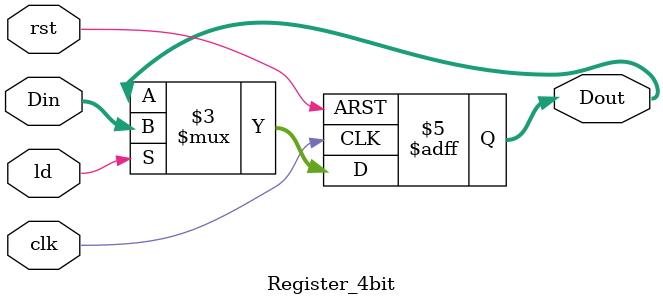
<source format=sv>

module Register_4bit(Din, ld, clk, rst, Dout);

input wire [3:0] Din;
input wire [0:0] ld, clk, rst;
output reg [3:0] Dout=0;


always @(posedge clk, posedge rst) begin

if(rst) Dout <= 4'b0000;
else if(ld) Dout <= Din;

end

endmodule






</source>
